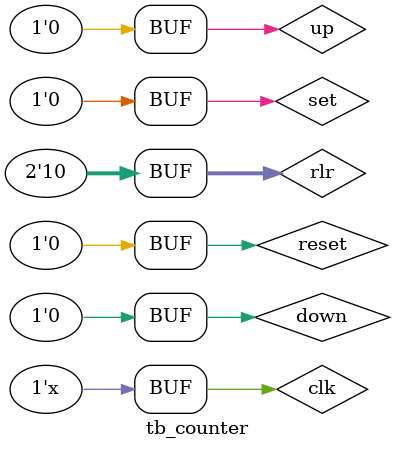
<source format=v>
`timescale 1ns / 1ps


module tb_counter;

reg set;
reg reset;
reg up;
reg down;
reg [1:0] rlr;
reg clk;

wire [2:0] y_out;

cnt_3b uut(
.set(set),
.reset(reset),
.up(up),
.down(down),
.rlr(rlr),
.clk(clk),
.y_out(y_out)
);
initial begin
set=1;
reset=1;
up=0;
down=0;
rlr=0;
clk=0;

#100
set=0;
reset = 0;
rlr = 2'b11;

#100
set = 0;
reset = 0;
rlr = 2'b10;

end


always
#10 clk = ~clk;
endmodule
</source>
